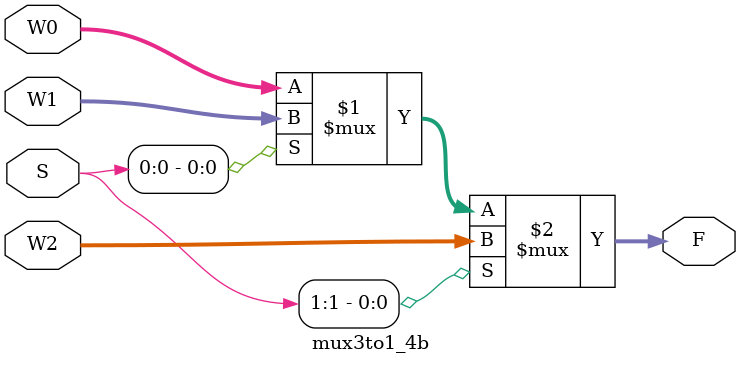
<source format=v>
module mux3to1_4b(F, W0, W1, W2, S);
	
	input [3:0] W0, W1, W2;
	input [1:0] S;
	output [3:0] F;
	
	assign F = S[1] ? W2 : (S[0] ? W1 : W0);
endmodule

</source>
